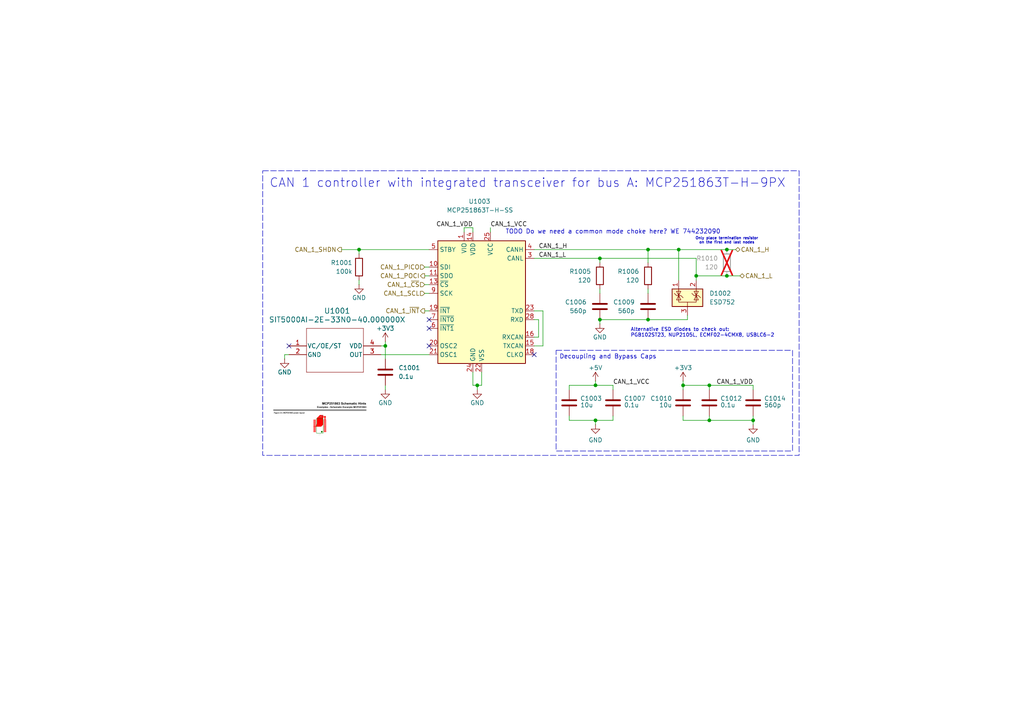
<source format=kicad_sch>
(kicad_sch (version 20231120) (generator "eeschema") (generator_version "8.0")
  (paper "A4")
  (title_block (title "bac SBC Raspberry Pi CM5 Carrier Board v1") (date "2025-03-23") (rev "1") (company "Build a CubeSat") (comment 1 "Original: P. Colangeli, respin: M. Imboden") (comment 2 "CERN-OHL-S-2.0") (comment 3 "https://buildacubesat.space") (comment 4 "Respun from \"CM5 MINIMA REV2\" by Pierluigi Colangeli") (comment 5 "https://github.com/piecol/CM5_MINIMA_REV2") (comment 6 "Thanks, Pier!"))
  (lib_symbols
    (symbol "Device:C" (pin_numbers hide) (pin_names (offset 0.254))
      (property "Reference" "C" (at 0.635 2.54 0))
      (property "Value" "C" (at 0.635 -2.54 0))
      (symbol "C_0_1"
        (polyline (pts (xy -2.032 -0.762) (xy 2.032 -0.762)) (stroke (width 0.508)))
        (polyline (pts (xy -2.032 0.762) (xy 2.032 0.762)) (stroke (width 0.508)))
      )
      (symbol "C_1_1"
        (pin passive line (at 0 3.81 270) (length 2.794) (name "~") (number "1"))
        (pin passive line (at 0 -3.81 90) (length 2.794) (name "~") (number "2"))
      )
    )
    (symbol "Device:R" (pin_numbers hide) (pin_names (offset 0))
      (property "Reference" "R" (at 2.032 0 90))
      (property "Value" "R" (at 0 0 90))
      (symbol "R_0_1"
        (rectangle (start -1.016 -2.54) (end 1.016 2.54) (stroke (width 0.254)))
      )
      (symbol "R_1_1"
        (pin passive line (at 0 3.81 270) (length 1.27) (name "~") (number "1"))
        (pin passive line (at 0 -3.81 90) (length 1.27) (name "~") (number "2"))
      )
    )
    (symbol "Power_Protection:NUP2105L" (pin_names hide)
      (property "Reference" "D" (at 5.715 2.54 0))
      (property "Value" "NUP2105L" (at 5.715 0.635 0))
      (symbol "NUP2105L_0_0"
        (pin passive line (at 0 -5.08 90) (length 2.54) (name "A") (number "3"))
      )
      (symbol "NUP2105L_0_1"
        (rectangle (start -4.445 2.54) (end 4.445 -2.54) (stroke (width 0.254)) (fill (type background)))
        (polyline (pts (xy -2.54 2.54) (xy -2.54 0.635)))
        (polyline (pts (xy 0 -1.27) (xy 0 -2.54)))
        (polyline (pts (xy 2.54 2.54) (xy 2.54 0.635)))
        (polyline (pts (xy -3.81 1.27) (xy -3.175 0.635) (xy -1.905 0.635) (xy -1.27 0)))
        (polyline (pts (xy -2.54 0.635) (xy -2.54 -1.27) (xy 2.54 -1.27) (xy 2.54 0.635)))
        (polyline (pts (xy -2.54 0.635) (xy -1.905 -0.635) (xy -3.175 -0.635) (xy -2.54 0.635)))
        (polyline (pts (xy 2.54 0.635) (xy 1.905 -0.635) (xy 3.175 -0.635) (xy 2.54 0.635)))
        (polyline (pts (xy 2.54 0.635) (xy 3.175 1.905) (xy 1.905 1.905) (xy 2.54 0.635)))
        (polyline (pts (xy -2.54 0.635) (xy -3.175 1.905) (xy -1.905 1.905) (xy -2.54 0.635) (xy -2.54 1.27)))
        (polyline (pts (xy 1.27 1.27) (xy 1.905 0.635) (xy 2.54 0.635) (xy 3.175 0.635) (xy 3.81 0)))
      )
      (symbol "NUP2105L_1_1"
        (pin passive line (at -2.54 5.08 270) (length 2.54) (name "K") (number "1"))
        (pin passive line (at 2.54 5.08 270) (length 2.54) (name "K") (number "2"))
      )
    )
    (symbol "bac MicroMod Main Board v1:MT MCP251863T-H/SS"
      (property "Reference" "U" (at -12.7 19.304 0))
      (property "Value" "MT MCP251863T-H-9PX" (at 4.572 19.304 0))
      (symbol "MT MCP251863T-H/SS_0_1"
        (rectangle (start -12.7 17.78) (end 12.7 -17.78) (stroke (width 0.254)) (fill (type background)))
      )
      (symbol "MT MCP251863T-H/SS_1_1"
        (pin power_in line (at -5.08 20.32 270) (length 2.54) (name "VIO") (number "1"))
        (pin input line (at -15.24 10.16 0) (length 2.54) (name "SDI") (number "10"))
        (pin output line (at -15.24 7.62 0) (length 2.54) (name "SDO") (number "11"))
        (pin no_connect line (at 0 -36.83 90) (length 2.54) hide (name "NC") (number "12"))
        (pin input line (at -15.24 5.08 0) (length 2.54) (name "~{CS}") (number "13"))
        (pin power_in line (at -2.54 20.32 270) (length 2.54) (name "VDD") (number "14"))
        (pin output line (at 15.24 -12.7 180) (length 2.54) (name "TXCAN") (number "15"))
        (pin input line (at 15.24 -10.16 180) (length 2.54) (name "RXCAN") (number "16"))
        (pin no_connect line (at 2.54 -36.83 90) (length 2.54) hide (name "NC") (number "17"))
        (pin output line (at 15.24 -15.24 180) (length 2.54) (name "CLKO") (number "18"))
        (pin output line (at -15.24 -2.54 0) (length 2.54) (name "~{INT}") (number "19"))
        (pin no_connect line (at -5.08 -36.83 90) (length 2.54) hide (name "NC") (number "2"))
        (pin output line (at -15.24 -12.7 0) (length 2.54) (name "OSC2") (number "20"))
        (pin input line (at -15.24 -15.24 0) (length 2.54) (name "OSC1") (number "21"))
        (pin power_in line (at 0 -20.32 90) (length 2.54) (name "VSS") (number "22"))
        (pin output line (at 15.24 -2.54 180) (length 2.54) (name "TXD") (number "23"))
        (pin power_in line (at -2.54 -20.32 90) (length 2.54) (name "GND") (number "24"))
        (pin power_in line (at 2.54 20.32 270) (length 2.54) (name "VCC") (number "25"))
        (pin no_connect line (at 5.08 -36.83 90) (length 2.54) hide (name "NC") (number "26"))
        (pin no_connect line (at 7.62 -36.83 90) (length 2.54) hide (name "NC") (number "27"))
        (pin output line (at 15.24 -5.08 180) (length 2.54) (name "RXD") (number "28"))
        (pin bidirectional line (at 15.24 12.7 180) (length 2.54) (name "CANL") (number "3"))
        (pin bidirectional line (at 15.24 15.24 180) (length 2.54) (name "CANH") (number "4"))
        (pin input line (at -15.24 15.24 0) (length 2.54) (name "STBY") (number "5"))
        (pin output line (at -15.24 -7.62 0) (length 2.54) (name "~{INT1}") (number "6"))
        (pin output line (at -15.24 -5.08 0) (length 2.54) (name "~{INT0}") (number "7"))
        (pin no_connect line (at -2.54 -36.83 90) (length 2.54) hide (name "NC") (number "8"))
        (pin input line (at -15.24 2.54 0) (length 2.54) (name "SCK") (number "9"))
      )
    )
    (symbol "bac MicroMod Main Board v1:SiT SIT5000AI-2E-33N0" (pin_names (offset 0.254))
      (property "Reference" "U" (at 0 11.43 0))
      (property "Value" "SiT SIT5000AI-2E-33N0" (at 0 8.89 0))
      (symbol "SiT SIT5000AI-2E-33N0_0_1"
        (polyline (pts (xy -8.89 -6.35) (xy 7.62 -6.35)) (stroke (width 0.127)))
        (polyline (pts (xy -8.89 6.35) (xy -8.89 -6.35)) (stroke (width 0.127)))
        (polyline (pts (xy 7.62 -6.35) (xy 7.62 6.35)) (stroke (width 0.127)))
        (polyline (pts (xy 7.62 6.35) (xy -8.89 6.35)) (stroke (width 0.127)))
        (pin unspecified line (at -13.97 1.27 0) (length 5.08) (name "VC/OE/ST") (number "1"))
        (pin power_out line (at -13.97 -1.27 0) (length 5.08) (name "GND") (number "2"))
        (pin output line (at 12.7 -1.27 180) (length 5.08) (name "OUT") (number "3"))
        (pin power_in line (at 12.7 1.27 180) (length 5.08) (name "VDD") (number "4"))
      )
    )
    (symbol "power:+3.3V" (power) (pin_numbers hide) (pin_names (offset 0) hide)
      (property "Value" "+3.3V" (at 0 3.556 0))
      (symbol "+3.3V_0_1"
        (polyline (pts (xy -0.762 1.27) (xy 0 2.54)))
        (polyline (pts (xy 0 0) (xy 0 2.54)))
        (polyline (pts (xy 0 2.54) (xy 0.762 1.27)))
      )
      (symbol "+3.3V_1_1"
        (pin power_in line (at 0 0 90) (length 0) (name "~") (number "1"))
      )
    )
    (symbol "power:GND" (power) (pin_numbers hide) (pin_names (offset 0) hide)
      (property "Value" "GND" (at 0 -3.81 0))
      (symbol "GND_0_1"
        (polyline (pts (xy 0 0) (xy 0 -1.27) (xy 1.27 -1.27) (xy 0 -2.54) (xy -1.27 -1.27) (xy 0 -1.27)))
      )
      (symbol "GND_1_1"
        (pin power_in line (at 0 0 270) (length 0) (name "~") (number "1"))
      )
    )
  )
  (junction (at 173.99 92.71))
  (junction (at 172.72 111.76))
  (junction (at 173.99 74.93))
  (junction (at 187.96 72.39))
  (junction (at 111.76 100.33))
  (junction (at 172.72 121.92))
  (junction (at 210.82 72.39))
  (junction (at 198.12 111.76))
  (junction (at 196.85 72.39))
  (junction (at 205.74 121.92))
  (junction (at 201.93 80.01))
  (junction (at 205.74 111.76))
  (junction (at 210.82 80.01))
  (junction (at 187.96 92.71))
  (junction (at 138.43 111.76))
  (junction (at 218.44 121.92))
  (junction (at 104.14 72.39))
  (no_connect (at 83.82 100.33))
  (no_connect (at 124.46 100.33))
  (no_connect (at 124.46 92.71))
  (no_connect (at 124.46 95.25))
  (no_connect (at 154.94 102.87))
  (wire (pts (xy 173.99 76.2) (xy 173.99 74.93)))
  (wire (pts (xy 177.8 121.92) (xy 172.72 121.92)))
  (wire (pts (xy 198.12 110.49) (xy 198.12 111.76)))
  (wire (pts (xy 154.94 74.93) (xy 173.99 74.93)))
  (wire (pts (xy 111.76 100.33) (xy 111.76 99.06)))
  (wire (pts (xy 173.99 92.71) (xy 187.96 92.71)))
  (wire (pts (xy 205.74 111.76) (xy 205.74 113.03)))
  (wire (pts (xy 123.19 85.09) (xy 124.46 85.09)))
  (wire (pts (xy 205.74 120.65) (xy 205.74 121.92)))
  (wire (pts (xy 156.21 92.71) (xy 156.21 97.79)))
  (wire (pts (xy 201.93 80.01) (xy 201.93 81.28)))
  (wire (pts (xy 201.93 74.93) (xy 201.93 80.01)))
  (wire (pts (xy 154.94 90.17) (xy 157.48 90.17)))
  (wire (pts (xy 111.76 111.76) (xy 111.76 113.03)))
  (wire (pts (xy 177.8 120.65) (xy 177.8 121.92)))
  (wire (pts (xy 134.62 66.04) (xy 134.62 67.31)))
  (wire (pts (xy 213.36 72.39) (xy 210.82 72.39)))
  (wire (pts (xy 157.48 100.33) (xy 154.94 100.33)))
  (wire (pts (xy 177.8 111.76) (xy 177.8 113.03)))
  (wire (pts (xy 138.43 111.76) (xy 138.43 113.03)))
  (wire (pts (xy 110.49 100.33) (xy 111.76 100.33)))
  (wire (pts (xy 83.82 102.87) (xy 82.55 102.87)))
  (wire (pts (xy 199.39 92.71) (xy 187.96 92.71)))
  (wire (pts (xy 187.96 83.82) (xy 187.96 85.09)))
  (wire (pts (xy 104.14 82.55) (xy 104.14 81.28)))
  (wire (pts (xy 198.12 111.76) (xy 198.12 113.03)))
  (wire (pts (xy 199.39 91.44) (xy 199.39 92.71)))
  (wire (pts (xy 218.44 111.76) (xy 218.44 113.03)))
  (wire (pts (xy 187.96 72.39) (xy 187.96 76.2)))
  (wire (pts (xy 157.48 90.17) (xy 157.48 100.33)))
  (wire (pts (xy 104.14 72.39) (xy 104.14 73.66)))
  (wire (pts (xy 196.85 72.39) (xy 210.82 72.39)))
  (wire (pts (xy 198.12 121.92) (xy 198.12 120.65)))
  (wire (pts (xy 165.1 111.76) (xy 172.72 111.76)))
  (wire (pts (xy 137.16 111.76) (xy 138.43 111.76)))
  (wire (pts (xy 173.99 74.93) (xy 201.93 74.93)))
  (wire (pts (xy 104.14 72.39) (xy 124.46 72.39)))
  (wire (pts (xy 137.16 107.95) (xy 137.16 111.76)))
  (wire (pts (xy 154.94 72.39) (xy 187.96 72.39)))
  (wire (pts (xy 187.96 72.39) (xy 196.85 72.39)))
  (wire (pts (xy 214.63 80.01) (xy 210.82 80.01)))
  (wire (pts (xy 198.12 121.92) (xy 205.74 121.92)))
  (wire (pts (xy 201.93 80.01) (xy 210.82 80.01)))
  (wire (pts (xy 198.12 111.76) (xy 205.74 111.76)))
  (wire (pts (xy 82.55 102.87) (xy 82.55 104.14)))
  (wire (pts (xy 165.1 121.92) (xy 165.1 120.65)))
  (wire (pts (xy 196.85 72.39) (xy 196.85 81.28)))
  (wire (pts (xy 142.24 66.04) (xy 142.24 67.31)))
  (wire (pts (xy 165.1 111.76) (xy 165.1 113.03)))
  (wire (pts (xy 99.06 72.39) (xy 104.14 72.39)))
  (wire (pts (xy 110.49 102.87) (xy 124.46 102.87)))
  (wire (pts (xy 218.44 121.92) (xy 218.44 123.19)))
  (wire (pts (xy 137.16 66.04) (xy 134.62 66.04)))
  (wire (pts (xy 173.99 93.98) (xy 173.99 92.71)))
  (wire (pts (xy 137.16 67.31) (xy 137.16 66.04)))
  (wire (pts (xy 172.72 110.49) (xy 172.72 111.76)))
  (wire (pts (xy 205.74 111.76) (xy 218.44 111.76)))
  (wire (pts (xy 123.19 77.47) (xy 124.46 77.47)))
  (wire (pts (xy 156.21 97.79) (xy 154.94 97.79)))
  (wire (pts (xy 123.19 80.01) (xy 124.46 80.01)))
  (wire (pts (xy 111.76 100.33) (xy 111.76 104.14)))
  (wire (pts (xy 218.44 121.92) (xy 218.44 120.65)))
  (wire (pts (xy 173.99 85.09) (xy 173.99 83.82)))
  (wire (pts (xy 205.74 121.92) (xy 218.44 121.92)))
  (wire (pts (xy 172.72 121.92) (xy 165.1 121.92)))
  (wire (pts (xy 139.7 107.95) (xy 139.7 111.76)))
  (wire (pts (xy 172.72 111.76) (xy 177.8 111.76)))
  (wire (pts (xy 154.94 92.71) (xy 156.21 92.71)))
  (wire (pts (xy 138.43 111.76) (xy 139.7 111.76)))
  (wire (pts (xy 123.19 90.17) (xy 124.46 90.17)))
  (wire (pts (xy 172.72 121.92) (xy 172.72 123.19)))
  (wire (pts (xy 123.19 82.55) (xy 124.46 82.55)))
  (image (at 92.71 123.19) (scale 0.17893))
  (text_box "CAN 1 controller with integrated transceiver for bus A: MCP251863T-H-9PX" (at 76.2 49.53 0) (size 155.575 82.55) (stroke (width 0) (type dash)) (effects (font (size 2.54 2.54)) (justify left top)))
  (text_box "Decoupling and Bypass Caps" (at 161.29 101.6 0) (size 68.58 29.21) (stroke (width 0) (type dash)) (effects (font (size 1.27 1.27)) (justify left top)))
  (text "Only place termination resistor\non the first and last nodes" (at 210.82 69.85 0) (effects (font (size 0.762 0.762))))
  (text "TODO Do we need a common mode choke here? WE 744232090" (at 177.8 67.31 0) (effects (font (size 1.27 1.27))))
  (text "Alternative ESD diodes to check out:\nPGB102ST23, NUP2105L, ECMF02-4CMX8, USBLC6-2" (at 182.88 96.52 0) (effects (font (size 1.016 1.016)) (justify left)))
  (label "CAN_1_L" (at 156.21 74.93 0))
  (label "CAN_1_VDD" (at 218.44 111.76 180))
  (label "CAN_1_VDD" (at 137.16 66.04 180))
  (label "CAN_1_VCC" (at 142.24 66.04 0))
  (label "CAN_1_H" (at 156.21 72.39 0))
  (label "CAN_1_VCC" (at 177.8 111.76 0))
  (hierarchical_label "CAN_1_L" (shape bidirectional) (at 214.63 80.01 0))
  (hierarchical_label "CAN_1_PICO" (shape input) (at 123.19 77.47 180))
  (hierarchical_label "CAN_1_SHDN" (shape output) (at 99.06 72.39 180))
  (hierarchical_label "CAN_1_POCI" (shape output) (at 123.19 80.01 180))
  (hierarchical_label "CAN_1_~{CS}" (shape input) (at 123.19 82.55 180))
  (hierarchical_label "CAN_1_H" (shape bidirectional) (at 213.36 72.39 0))
  (hierarchical_label "CAN_1_~{INT}" (shape output) (at 123.19 90.17 180))
  (hierarchical_label "CAN_1_SCL" (shape input) (at 123.19 85.09 180))
  (symbol (lib_id "power:+3.3V") (at 198.12 110.49 0) (unit 1)
    (property "Reference" "#PWR01012" (effects (hide yes)))
    (property "Value" "+3V3" (at 198.12 106.68 0))
    (property "Description" "Power symbol creates a global label with name \"+3.3V\"" (effects (hide yes)))
    (instances (project "bac-micromod-main-board-single-bus-double-function-v1" (path "" (reference "#PWR01012") (unit 1))) (project "" (path "" (reference "#PWR0809") (unit 1))))
  )
  (symbol (lib_id "power:+3.3V") (at 172.72 110.49 0) (unit 1)
    (property "Reference" "#PWR01007" (effects (hide yes)))
    (property "Value" "+5V" (at 172.72 106.68 0))
    (property "Description" "Power symbol creates a global label with name \"+3.3V\"" (effects (hide yes)))
    (instances (project "bac-micromod-main-board-single-bus-double-function-v1" (path "" (reference "#PWR01007") (unit 1))) (project "" (path "" (reference "#PWR0806") (unit 1))))
  )
  (symbol (lib_id "power:GND") (at 172.72 123.19 0) (unit 1)
    (property "Reference" "#PWR01008" (effects (hide yes)))
    (property "Value" "GND" (at 172.72 127.635 0))
    (property "Description" "Power symbol creates a global label with name \"GND\" , ground" (effects (hide yes)))
    (instances (project "bac-micromod-main-board-single-bus-double-function-v1" (path "" (reference "#PWR01008") (unit 1))) (project "" (path "" (reference "#PWR0807") (unit 1))))
  )
  (symbol (lib_id "power:GND") (at 104.14 82.55 0) (unit 1)
    (property "Reference" "#PWR01002" (effects (hide yes)))
    (property "Value" "GND" (at 104.14 86.36 0))
    (property "Description" "Power symbol creates a global label with name \"GND\" , ground" (effects (hide yes)))
    (instances (project "bac-micromod-main-board-single-bus-double-function-v1" (path "" (reference "#PWR01002") (unit 1))) (project "" (path "" (reference "#PWR0802") (unit 1))))
  )
  (symbol (lib_id "power:GND") (at 82.55 104.14 0) (unit 1)
    (property "Reference" "#PWR01001" (effects (hide yes)))
    (property "Value" "GND" (at 82.55 107.95 0))
    (property "Description" "Power symbol creates a global label with name \"GND\" , ground" (effects (hide yes)))
    (instances (project "bac-micromod-main-board-single-bus-double-function-v1" (path "" (reference "#PWR01001") (unit 1))) (project "" (path "" (reference "#PWR0801") (unit 1))))
  )
  (symbol (lib_id "Power_Protection:NUP2105L") (at 199.39 86.36 0) (unit 1)
    (property "Reference" "D1002" (at 205.74 85.0899 0) (effects (justify left)))
    (property "Value" "ESD752" (at 205.74 87.6299 0) (effects (justify left)))
    (property "Footprint" "Package_TO_SOT_SMD:SOT-23" (effects (hide yes)))
    (property "Datasheet" "https://www.ti.com/lit/ds/symlink/esd752.pdf" (effects (hide yes)))
    (property "Description" "37V (Typ) Clamp 5.7A (8/20µs) Ipp Tvs Diode Surface Mount SC-70-3" (effects (hide yes)))
    (instances (project "bac-micromod-main-board-single-bus-double-function-v1" (path "" (reference "D1002") (unit 1))) (project "" (path "" (reference "D801") (unit 1))))
  )
  (symbol (lib_id "power:GND") (at 138.43 113.03 0) (unit 1)
    (property "Reference" "#PWR01006" (effects (hide yes)))
    (property "Value" "GND" (at 138.43 116.84 0))
    (property "Description" "Power symbol creates a global label with name \"GND\" , ground" (effects (hide yes)))
    (instances (project "bac-micromod-main-board-single-bus-double-function-v1" (path "" (reference "#PWR01006") (unit 1))) (project "" (path "" (reference "#PWR0805") (unit 1))))
  )
  (symbol (lib_id "bac MicroMod Main Board v1:SiT SIT5000AI-2E-33N0") (at 97.79 101.6 0) (unit 1)
    (property "Reference" "U1001" (at 97.79 90.17 0) (effects (font (size 1.524 1.524))))
    (property "Value" "SIT5000AI-2E-33N0-40.000000X" (at 97.79 92.71 0) (effects (font (size 1.524 1.524))))
    (property "Footprint" "bac MicroMod Main Board v1:SIT-SIT5000AI-2E-33N0" (effects (hide yes)))
    (property "Datasheet" "https://www.sitime.com/datasheet/SiT5000" (effects (hide yes)))
    (property "Description" "40 MHz TCXO LVCMOS Oscillator 3.3V 4-SMD, No Lead" (effects (hide yes)))
    (instances (project "" (path "" (reference "U1001") (unit 1))) (project "" (path "" (reference "U801") (unit 1))))
  )
  (symbol (lib_id "power:GND") (at 218.44 123.19 0) (unit 1)
    (property "Reference" "#PWR01014" (effects (hide yes)))
    (property "Value" "GND" (at 218.44 127.635 0))
    (property "Description" "Power symbol creates a global label with name \"GND\" , ground" (effects (hide yes)))
    (instances (project "bac-micromod-main-board-single-bus-double-function-v1" (path "" (reference "#PWR01014") (unit 1))) (project "" (path "" (reference "#PWR0810") (unit 1))))
  )
  (symbol (lib_id "Device:C") (at 187.96 88.9 0) (unit 1)
    (property "Reference" "C1009" (at 184.15 87.6299 0) (effects (justify right)))
    (property "Value" "560p" (at 184.15 90.1699 0) (effects (justify right)))
    (property "Footprint" "Capacitor_SMD:C_0603_1608Metric" (effects (hide yes)))
    (property "Description" "Unpolarized capacitor" (effects (hide yes)))
    (property "Height" "0.9mm" (effects (hide yes)))
    (property "Rated Voltage" "50V" (effects (hide yes)))
    (property "Temperature Coefficient" "X7R " (effects (hide yes)))
    (instances (project "bac-micromod-main-board-single-bus-double-function-v1" (path "" (reference "C1009") (unit 1))) (project "" (path "" (reference "C805") (unit 1))))
  )
  (symbol (lib_id "Device:C") (at 177.8 116.84 0) (unit 1)
    (property "Reference" "C1007" (at 180.975 115.57 0) (effects (justify left)))
    (property "Value" "0.1u" (at 180.975 117.475 0) (effects (justify left)))
    (property "Footprint" "bac MicroMod Main Board v1:bac-C-0603-0.1u" (effects (hide yes)))
    (property "Description" "Unpolarized capacitor" (effects (hide yes)))
    (property "Height" "0.95mm" (effects (hide yes)))
    (property "Rated Voltage" "50V" (effects (hide yes)))
    (property "Temperature Coefficient" "X7R" (effects (hide yes)))
    (instances (project "bac-micromod-main-board-single-bus-double-function-v1" (path "" (reference "C1007") (unit 1))) (project "" (path "" (reference "C804") (unit 1))))
  )
  (symbol (lib_id "Device:C") (at 218.44 116.84 0) (unit 1)
    (property "Reference" "C1014" (at 221.615 115.57 0) (effects (justify left)))
    (property "Value" "560p" (at 221.615 117.475 0) (effects (justify left)))
    (property "Footprint" "Capacitor_SMD:C_0603_1608Metric" (effects (hide yes)))
    (property "Description" "Unpolarized capacitor" (effects (hide yes)))
    (property "Height" "0.9mm" (effects (hide yes)))
    (property "Rated Voltage" "50V" (effects (hide yes)))
    (property "Temperature Coefficient" "X7R " (effects (hide yes)))
    (instances (project "bac-micromod-main-board-single-bus-double-function-v1" (path "" (reference "C1014") (unit 1))) (project "" (path "" (reference "C808") (unit 1))))
  )
  (symbol (lib_id "Device:R") (at 104.14 77.47 0) (mirror x) (unit 1) (exclude_from_sim yes) (in_bom no) (on_board no)
    (property "Reference" "R1001" (at 102.235 76.2 0) (effects (justify right)))
    (property "Value" "100k" (at 102.235 78.74 0) (effects (justify right)))
    (property "Footprint" "bac MicroMod Main Board v1:bac-R-0603-100k" (effects (hide yes)))
    (property "Description" "Resistor" (effects (hide yes)))
    (property "Series" "E96" (effects (hide yes)))
    (instances (project "bac-micromod-main-board-single-bus-double-function-v1" (path "" (reference "R1001") (unit 1))) (project "" (path "" (reference "R801") (unit 1))))
  )
  (symbol (lib_id "Device:C") (at 198.12 116.84 0) (mirror y) (unit 1)
    (property "Reference" "C1010" (at 194.945 115.57 0) (effects (justify left)))
    (property "Value" "10u" (at 194.945 117.475 0) (effects (justify left)))
    (property "Footprint" "bac MicroMod Main Board v1:bac-C-0805-10u" (effects (hide yes)))
    (property "Description" "Unpolarized capacitor" (effects (hide yes)))
    (property "Rated Voltage" "35V" (effects (hide yes)))
    (property "Temperature Coefficient" "X7R" (effects (hide yes)))
    (instances (project "bac-micromod-main-board-single-bus-double-function-v1" (path "" (reference "C1010") (unit 1))) (project "" (path "" (reference "C806") (unit 1))))
  )
  (symbol (lib_id "Device:R") (at 173.99 80.01 0) (unit 1)
    (property "Reference" "R1005" (at 171.45 78.7399 0) (effects (justify right)))
    (property "Value" "120" (at 171.45 81.2799 0) (effects (justify right)))
    (property "Footprint" "Resistor_SMD:R_0603_1608Metric" (effects (hide yes)))
    (property "Description" "Resistor" (effects (hide yes)))
    (property "Series" "E96" (effects (hide yes)))
    (instances (project "bac-micromod-main-board-single-bus-double-function-v1" (path "" (reference "R1005") (unit 1))) (project "" (path "" (reference "R802") (unit 1))))
  )
  (symbol (lib_id "power:GND") (at 111.76 113.03 0) (unit 1)
    (property "Reference" "#PWR01004" (effects (hide yes)))
    (property "Value" "GND" (at 111.76 116.84 0))
    (property "Description" "Power symbol creates a global label with name \"GND\" , ground" (effects (hide yes)))
    (instances (project "bac-micromod-main-board-single-bus-double-function-v1" (path "" (reference "#PWR01004") (unit 1))) (project "" (path "" (reference "#PWR0804") (unit 1))))
  )
  (symbol (lib_id "Device:C") (at 111.76 107.95 0) (mirror y) (unit 1)
    (property "Reference" "C1001" (at 115.57 106.6799 0) (effects (justify right)))
    (property "Value" "0.1u" (at 115.57 109.2199 0) (effects (justify right)))
    (property "Footprint" "bac MicroMod Main Board v1:bac-C-0603-0.1u" (effects (hide yes)))
    (property "Description" "Unpolarized capacitor" (effects (hide yes)))
    (property "Height" "0.95mm" (effects (hide yes)))
    (property "Rated Voltage" "50V" (effects (hide yes)))
    (property "Temperature Coefficient" "X7R" (effects (hide yes)))
    (instances (project "bac-micromod-main-board-single-bus-double-function-v1" (path "" (reference "C1001") (unit 1))) (project "" (path "" (reference "C801") (unit 1))))
  )
  (symbol (lib_id "bac MicroMod Main Board v1:MT MCP251863T-H/SS") (at 139.7 87.63 0) (unit 1)
    (property "Reference" "U1003" (at 135.89 58.42 0) (effects (justify left)))
    (property "Value" "MCP251863T-H-SS" (at 129.54 60.96 0) (effects (justify left)))
    (property "Footprint" "bac MicroMod Main Board v1:MT-MCP251863T-H-SS" (effects (hide yes)))
    (property "Datasheet" "https://cz.mouser.com/datasheet/2/268/MCP251863_External_CAN_FD_Controller_with_Integrat-3442054.pdf" (effects (hide yes)))
    (property "Description" "External CAN FD Controller with Integrated Transceiver, VQFN-28" (effects (hide yes)))
    (property "Height" "2.0mm" (effects (hide yes)))
    (instances (project "" (path "" (reference "U1003") (unit 1))) (project "" (path "" (reference "U802") (unit 1))))
  )
  (symbol (lib_id "power:GND") (at 173.99 93.98 0) (unit 1)
    (property "Reference" "#PWR01009" (effects (hide yes)))
    (property "Value" "GND" (at 173.99 97.79 0))
    (property "Description" "Power symbol creates a global label with name \"GND\" , ground" (effects (hide yes)))
    (instances (project "bac-micromod-main-board-single-bus-double-function-v1" (path "" (reference "#PWR01009") (unit 1))) (project "" (path "" (reference "#PWR0808") (unit 1))))
  )
  (symbol (lib_id "Device:C") (at 173.99 88.9 0) (unit 1)
    (property "Reference" "C1006" (at 170.18 87.6299 0) (effects (justify right)))
    (property "Value" "560p" (at 170.18 90.1699 0) (effects (justify right)))
    (property "Footprint" "Capacitor_SMD:C_0603_1608Metric" (effects (hide yes)))
    (property "Description" "Unpolarized capacitor" (effects (hide yes)))
    (property "Height" "0.9mm" (effects (hide yes)))
    (property "Rated Voltage" "50V" (effects (hide yes)))
    (property "Temperature Coefficient" "X7R " (effects (hide yes)))
    (instances (project "bac-micromod-main-board-single-bus-double-function-v1" (path "" (reference "C1006") (unit 1))) (project "" (path "" (reference "C803") (unit 1))))
  )
  (symbol (lib_id "Device:R") (at 187.96 80.01 0) (unit 1)
    (property "Reference" "R1006" (at 185.42 78.7399 0) (effects (justify right)))
    (property "Value" "120" (at 185.42 81.2799 0) (effects (justify right)))
    (property "Footprint" "Resistor_SMD:R_0603_1608Metric" (effects (hide yes)))
    (property "Description" "Resistor" (effects (hide yes)))
    (property "Series" "E96" (effects (hide yes)))
    (instances (project "bac-micromod-main-board-single-bus-double-function-v1" (path "" (reference "R1006") (unit 1))) (project "" (path "" (reference "R803") (unit 1))))
  )
  (symbol (lib_id "Device:R") (at 210.82 76.2 0) (unit 1) (dnp yes)
    (property "Reference" "R1010" (at 208.28 74.9299 0) (effects (justify right)))
    (property "Value" "120" (at 208.28 77.4699 0) (effects (justify right)))
    (property "Footprint" "Resistor_SMD:R_0603_1608Metric" (effects (hide yes)))
    (property "Description" "Resistor" (effects (hide yes)))
    (property "Series" "E96" (effects (hide yes)))
    (instances (project "bac-micromod-main-board-single-bus-double-function-v1" (path "" (reference "R1010") (unit 1))) (project "" (path "" (reference "R804") (unit 1))))
  )
  (symbol (lib_id "Device:C") (at 165.1 116.84 0) (unit 1)
    (property "Reference" "C1003" (at 168.275 115.57 0) (effects (justify left)))
    (property "Value" "10u" (at 168.275 117.475 0) (effects (justify left)))
    (property "Footprint" "bac MicroMod Main Board v1:bac-C-0805-10u" (effects (hide yes)))
    (property "Description" "Unpolarized capacitor" (effects (hide yes)))
    (property "Rated Voltage" "35V" (effects (hide yes)))
    (property "Temperature Coefficient" "X7R" (effects (hide yes)))
    (instances (project "bac-micromod-main-board-single-bus-double-function-v1" (path "" (reference "C1003") (unit 1))) (project "" (path "" (reference "C802") (unit 1))))
  )
  (symbol (lib_id "power:+3.3V") (at 111.76 99.06 0) (unit 1)
    (property "Reference" "#PWR01003" (effects (hide yes)))
    (property "Value" "+3V3" (at 111.76 95.25 0))
    (property "Description" "Power symbol creates a global label with name \"+3.3V\"" (effects (hide yes)))
    (instances (project "bac-micromod-main-board-single-bus-double-function-v1" (path "" (reference "#PWR01003") (unit 1))) (project "" (path "" (reference "#PWR0803") (unit 1))))
  )
  (symbol (lib_id "Device:C") (at 205.74 116.84 0) (unit 1)
    (property "Reference" "C1012" (at 208.915 115.57 0) (effects (justify left)))
    (property "Value" "0.1u" (at 208.915 117.475 0) (effects (justify left)))
    (property "Footprint" "bac MicroMod Main Board v1:bac-C-0603-0.1u" (effects (hide yes)))
    (property "Description" "Unpolarized capacitor" (effects (hide yes)))
    (property "Height" "0.95mm" (effects (hide yes)))
    (property "Rated Voltage" "50V" (effects (hide yes)))
    (property "Temperature Coefficient" "X7R" (effects (hide yes)))
    (instances (project "bac-micromod-main-board-single-bus-double-function-v1" (path "" (reference "C1012") (unit 1))) (project "" (path "" (reference "C807") (unit 1))))
  )
)
</source>
